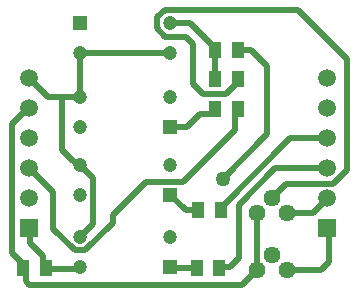
<source format=gbr>
G04*
G04 #@! TF.GenerationSoftware,Altium Limited,Altium Designer,23.0.1 (38)*
G04*
G04 Layer_Physical_Order=1*
G04 Layer_Color=255*
%FSLAX44Y44*%
%MOMM*%
G71*
G04*
G04 #@! TF.SameCoordinates,5B070B88-F475-4B99-B5D3-003285C28A76*
G04*
G04*
G04 #@! TF.FilePolarity,Positive*
G04*
G01*
G75*
%ADD13R,1.0500X1.4500*%
%ADD21C,0.5080*%
%ADD22C,1.2000*%
%ADD23R,1.2000X1.2000*%
%ADD24R,1.5000X1.5000*%
%ADD25C,1.5000*%
%ADD26C,1.4400*%
%ADD27C,1.2700*%
D13*
X850000Y808498D02*
D03*
X831000D02*
D03*
X687354Y673370D02*
D03*
X668354D02*
D03*
X831035Y858080D02*
D03*
X850035D02*
D03*
X835490Y722748D02*
D03*
X816490D02*
D03*
X834348Y674065D02*
D03*
X815348D02*
D03*
X831035Y833594D02*
D03*
X850035D02*
D03*
D21*
X701516Y773484D02*
X710464Y764536D01*
X701516Y818222D02*
X714913D01*
X701516Y773484D02*
Y818222D01*
X689538D02*
X701516D01*
X714457Y761300D02*
X716330D01*
X711222Y764536D02*
X714457Y761300D01*
X710464Y764536D02*
X711222D01*
X791702Y855934D02*
X792346Y856578D01*
X714913Y818913D02*
X716330Y820331D01*
X716330Y761300D02*
X727410Y750220D01*
X716330Y699914D02*
X727410Y710994D01*
Y750220D01*
X673444Y758115D02*
X693541Y738018D01*
X744327Y712241D02*
Y718815D01*
X693541Y707033D02*
Y738018D01*
X720920Y688834D02*
X744327Y712241D01*
X711741Y688834D02*
X720920D01*
X693541Y707033D02*
X711741Y688834D01*
X716330Y855934D02*
X791702D01*
X716330D02*
X716330Y855934D01*
Y820331D02*
Y855934D01*
X673444Y834315D02*
X689538Y818222D01*
X803744Y746980D02*
X847290Y790527D01*
X772492Y746980D02*
X803744D01*
X847290Y790527D02*
Y805788D01*
X923186Y783515D02*
X923999Y782702D01*
X835490Y722748D02*
Y724748D01*
X894258Y783515D01*
X923186D01*
X881889Y758115D02*
X925827D01*
X850776Y727002D02*
X881889Y758115D01*
X850776Y682117D02*
Y727002D01*
X843659Y675000D02*
X850776Y682117D01*
X805898Y722532D02*
X817350D01*
X792530Y735900D02*
X805898Y722532D01*
X900721Y892414D02*
X942464Y850671D01*
X930798Y745295D02*
X942464Y756962D01*
Y850671D01*
X787941Y892414D02*
X900721D01*
X875000Y786951D02*
Y844470D01*
X850035Y858080D02*
X861390D01*
X875000Y844470D01*
X837418Y749369D02*
X875000Y786951D01*
X847290Y805788D02*
X850000Y808498D01*
X812298Y829250D02*
Y863641D01*
X820284Y821264D02*
X839705D01*
X812298Y829250D02*
X820284Y821264D01*
X788459Y869736D02*
X806203D01*
X781450Y876744D02*
X788459Y869736D01*
X806203D02*
X812298Y863641D01*
X781450Y885923D02*
X787941Y892414D01*
X781450Y876744D02*
Y885923D01*
X879029Y733324D02*
X891000Y745295D01*
X930798D01*
X839705Y821264D02*
X850035Y831594D01*
Y833594D01*
X744327Y718815D02*
X772492Y746980D01*
X923529Y730418D02*
Y732780D01*
X891729Y720624D02*
X913736D01*
X923529Y730418D01*
X927119Y678939D02*
Y706023D01*
X925827Y707315D02*
X927119Y706023D01*
X891729Y672104D02*
X920284D01*
X927119Y678939D01*
X792530Y792822D02*
X806657D01*
X818130Y804295D02*
X828290D01*
X806657Y792822D02*
X818130Y804295D01*
X829345Y805350D02*
Y808635D01*
X828290Y804295D02*
X829345Y805350D01*
X673468Y659416D02*
X853641D01*
X670492Y662392D02*
X673468Y659416D01*
X670492Y662392D02*
Y671231D01*
X668354Y673370D02*
X670492Y671231D01*
X853641Y659416D02*
X865764Y671539D01*
X866091D01*
X687502Y673221D02*
X713597D01*
X684878Y675846D02*
X687502Y673221D01*
X713597D02*
X713990Y673614D01*
X684878Y675846D02*
Y684010D01*
X673717Y695171D02*
Y707043D01*
Y695171D02*
X684878Y684010D01*
X673444Y707315D02*
X673717Y707043D01*
X834348Y675000D02*
X843659D01*
X792979Y674065D02*
X815348D01*
X792530Y674514D02*
X792979Y674065D01*
X866329Y672104D02*
Y720624D01*
X831035Y833594D02*
Y858080D01*
Y860079D01*
X792530Y881334D02*
X809781D01*
X831035Y860079D01*
X658413Y795977D02*
X671253Y808817D01*
X658413Y686788D02*
Y795977D01*
X671253Y808817D02*
X672157D01*
X658413Y686788D02*
X667106Y678094D01*
D22*
X716330Y735900D02*
D03*
Y761300D02*
D03*
X792530D02*
D03*
X716330Y792822D02*
D03*
Y818222D02*
D03*
X792530D02*
D03*
X716330Y674514D02*
D03*
Y699914D02*
D03*
X792530D02*
D03*
X792530Y881334D02*
D03*
Y855934D02*
D03*
X716330D02*
D03*
D23*
X792530Y735900D02*
D03*
X792530Y792822D02*
D03*
Y674514D02*
D03*
X716330Y881334D02*
D03*
D24*
X673444Y707315D02*
D03*
X925827D02*
D03*
D25*
X673444Y732715D02*
D03*
Y758115D02*
D03*
Y783515D02*
D03*
Y808915D02*
D03*
Y834315D02*
D03*
X925827Y732715D02*
D03*
Y758115D02*
D03*
Y783515D02*
D03*
Y808915D02*
D03*
Y834315D02*
D03*
D26*
X866329Y720624D02*
D03*
X879029Y733324D02*
D03*
X891729Y720624D02*
D03*
X866329Y672104D02*
D03*
X879029Y684804D02*
D03*
X891729Y672104D02*
D03*
D27*
X837418Y749369D02*
D03*
M02*

</source>
